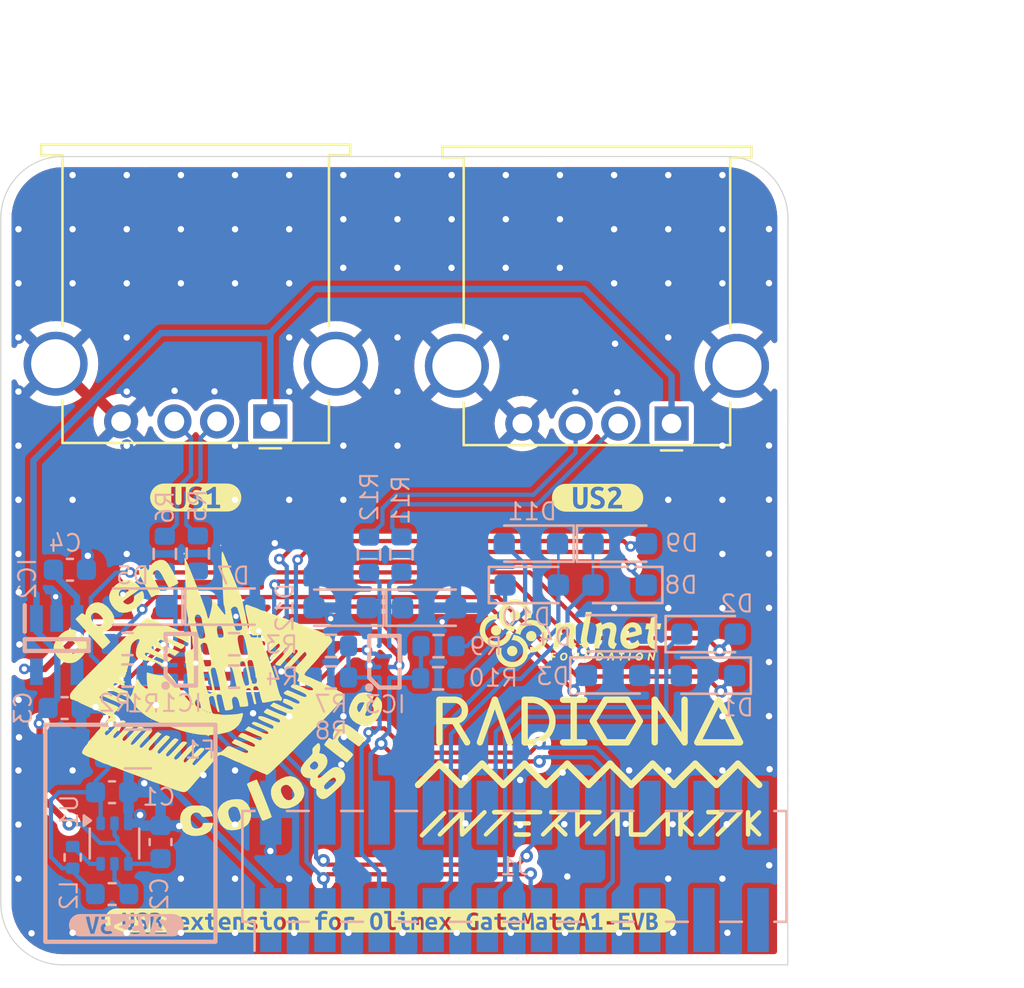
<source format=kicad_pcb>
(kicad_pcb (version 20240108) (generator "pcbnew") (generator_version "8.0")
  (layers (0 "F.Cu" signal) (1 "In1.Cu" signal "GND1.Cu") (2 "In2.Cu" signal "GND2.Cu") (31 "B.Cu" signal) (34 "B.Paste" user) (35 "F.Paste" user) (36 "B.SilkS" user "B.Silkscreen") (37 "F.SilkS" user "F.Silkscreen") (38 "B.Mask" user) (39 "F.Mask" user) (44 "Edge.Cuts" user))
  (net 0 "")
  (net 1 "+2V5")
  (net 2 "GND")
  (net 3 "+5V")
  (net 4 "USB1_FPGA_PULL_D+")
  (net 5 "Net-(D1-K)")
  (net 6 "Net-(D2-A)")
  (net 7 "USB1_FPGA_PULL_D-")
  (net 8 "Net-(D3-K)")
  (net 9 "Net-(D4-A)")
  (net 10 "USB1_FPGA_D+")
  (net 11 "USB1_FPGA_D-")
  (net 12 "Net-(D8-K)")
  (net 13 "USB2_FPGA_PULL_D+")
  (net 14 "Net-(D9-A)")
  (net 15 "USB2_FPGA_PULL_D-")
  (net 16 "Net-(D10-K)")
  (net 17 "Net-(D11-A)")
  (net 18 "USB2_FPGA_D+")
  (net 19 "USB2_FPGA_D-")
  (net 20 "GN02")
  (net 21 "Net-(J1-Pin_1)")
  (net 22 "GN01")
  (net 23 "GP00")
  (net 24 "GP02")
  (net 25 "GN00")
  (net 26 "GP01")
  (net 27 "Net-(U1-L)")
  (net 28 "/FPD1-")
  (net 29 "/FPD1+")
  (net 30 "/FPD2-")
  (net 31 "/FPD2+")
  (net 32 "/SB_A2")
  (net 33 "+3V3")
  (net 34 "/USB1_DEVICE_D+")
  (net 35 "/USB2_DEVICE_D-")
  (net 36 "/USB2_DEVICE_D+")
  (net 37 "/USB1_DEVICE_D-")
  (footprint "Connector_USB:USB_A_Stewart_SS-52100-001_Horizontal" (layer "F.Cu") (at 115.54 96.62 180)
    (property "Reference" "US2" (hide yes))
    (property "Value" "USB_A" (hide yes))
  )
  (footprint "Cologne:open_cologne" (layer "F.Cu") (at 94.143146 109.165736)
    (property "Reference" "OpenCologne" (hide yes))
    (property "Value" "OpenCologne" (hide yes))
  )
  (footprint "PCM_Intergalaktik:Intergalaktik logo" (layer "F.Cu") (at 111.78 115.26)
    (property "Reference" "Intergalaktik" (hide yes))
    (property "Value" "Intergalaktik" (hide yes))
  )
  (footprint "kibuzzard-67445D8F" (layer "F.Cu") (at 102.34 119.94)
    (property "Reference" "kibuzzard-67445D8F" (hide yes))
    (property "Value" "G***" (hide yes))
  )
  (footprint "radiona:radiona" (layer "F.Cu") (at 111.65 110.58)
    (property "Reference" "radiona" (hide yes))
    (property "Value" "radiona" (hide yes))
  )
  (footprint "kibuzzard-674459A0" (layer "F.Cu") (at 112.07 100.1)
    (property "Reference" "kibuzzard-674459A0" (hide yes))
    (property "Value" "G***" (hide yes))
  )
  (footprint "nlnet:nlnet" (layer "F.Cu") (at 110.7975 106.46)
    (property "Reference" "NLNet" (hide yes))
    (property "Value" "NLNet" (hide yes))
  )
  (footprint "Connector_USB:USB_A_Stewart_SS-52100-001_Horizontal" (layer "F.Cu") (at 96.72 96.52 180)
    (property "Reference" "US1" (hide yes))
    (property "Value" "USB_A" (hide yes))
  )
  (footprint "kibuzzard-6744599A" (layer "F.Cu") (at 93.22 100.09)
    (property "Reference" "kibuzzard-6744599A" (hide yes))
    (property "Value" "G***" (hide yes))
  )
  (footprint "Diode_SMD:D_SOD-323_HandSoldering" (layer "B.Cu") (at 117.27 106.5)
    (property "Reference" "D2")
    (property "Value" "1N914" (hide yes))
  )
  (footprint "Resistor_SMD:R_0603_1608Metric" (layer "B.Cu") (at 93.32 102.715 90)
    (property "Reference" "R5")
    (property "Value" "27" (hide yes))
  )
  (footprint "Diode_SMD:D_SOD-323_HandSoldering" (layer "B.Cu") (at 113.11 102.255)
    (property "Reference" "D9")
    (property "Value" "1N914" (hide yes))
  )
  (footprint "Diode_SMD:D_SOD-323_HandSoldering" (layer "B.Cu") (at 108.94 102.255 180)
    (property "Reference" "D11")
    (property "Value" "1N914" (hide yes))
  )
  (footprint "Resistor_SMD:R_0603_1608Metric" (layer "B.Cu") (at 102.87 102.765 90)
    (property "Reference" "R11")
    (property "Value" "27" (hide yes))
  )
  (footprint "Connector_PinSocket_2.54mm:PinSocket_2x10_P2.54mm_Vertical_SMD" (layer "B.Cu") (at 108.17 117.4 -90)
    (property "Reference" "J1")
    (property "Value" "MISC1" (hide yes))
  )
  (footprint "Fuse:Fuse_1206_3216Metric" (layer "B.Cu") (at 90.51 111.89)
    (property "Reference" "F1")
    (property "Value" "PPTC 0.75A" (hide yes))
  )
  (footprint "Inductor_SMD:L_0603_1608Metric" (layer "B.Cu") (at 89.3 118.7 180)
    (property "Reference" "L2")
    (property "Value" "4.7uH" (hide yes))
  )
  (footprint "Resistor_SMD:R_0603_1608Metric" (layer "B.Cu") (at 95.02 106.975)
    (property "Reference" "R3")
    (property "Value" "1.1k" (hide yes))
  )
  (footprint "Resistor_SMD:R_0603_1608Metric" (layer "B.Cu") (at 95.02 108.495 180)
    (property "Reference" "R4")
    (property "Value" "15k" (hide yes))
  )
  (footprint "TXS0202YZPR:BGA8C50P2X4_89X189X50" (layer "B.Cu") (at 92.52 107.705)
    (property "Reference" "IC1")
    (property "Value" "TXS0202YZPR" (hide yes))
  )
  (footprint "Resistor_SMD:R_0603_1608Metric" (layer "B.Cu") (at 101.35 102.775 90)
    (property "Reference" "R12")
    (property "Value" "27" (hide yes))
  )
  (footprint "Capacitor_SMD:C_0603_1608Metric" (layer "B.Cu") (at 91.57 116.26 90)
    (property "Reference" "C2")
    (property "Value" "10uF" (hide yes))
  )
  (footprint "Diode_SMD:D_SOD-323_HandSoldering" (layer "B.Cu") (at 112.7975 108.44)
    (property "Reference" "D3")
    (property "Value" "1N914" (hide yes))
  )
  (footprint "Resistor_SMD:R_0603_1608Metric" (layer "B.Cu") (at 104.61 107.065)
    (property "Reference" "R9")
    (property "Value" "1.1k" (hide yes))
  )
  (footprint "Diode_SMD:D_SOD-323_HandSoldering" (layer "B.Cu") (at 108.98 104.195)
    (property "Reference" "D10")
    (property "Value" "1N914" (hide yes))
  )
  (footprint "Diode_SMD:D_SOD-323_HandSoldering" (layer "B.Cu") (at 112.7975 106.46 180)
    (property "Reference" "D4")
    (property "Value" "1N914" (hide yes))
  )
  (footprint "Resistor_SMD:R_0603_1608Metric" (layer "B.Cu") (at 90.02 106.965)
    (property "Reference" "R1")
    (property "Value" "1.1k" (hide yes))
  )
  (footprint "kibuzzard-67445C48" (layer "B.Cu") (at 89.97 120.16 180)
    (property "Reference" "kibuzzard-67445C48" (hide yes))
    (property "Value" "G***" (hide yes))
  )
  (footprint "Capacitor_SMD:C_0603_1608Metric" (layer "B.Cu") (at 87.32 103.48)
    (property "Reference" "C4")
    (property "Value" "1u" (hide yes))
  )
  (footprint "Diode_SMD:D_SOD-323_HandSoldering" (layer "B.Cu") (at 113.1 104.195 180)
    (property "Reference" "D8")
    (property "Value" "1N914" (hide yes))
  )
  (footprint "Resistor_SMD:R_0603_1608Metric" (layer "B.Cu") (at 90.015 108.445)
    (property "Reference" "R2")
    (property "Value" "15k" (hide yes))
  )
  (footprint "Diode_SMD:D_SOD-323_HandSoldering" (layer "B.Cu") (at 117.2475 108.45 180)
    (property "Reference" "D1")
    (property "Value" "1N914" (hide yes))
  )
  (footprint "Resistor_SMD:R_0603_1608Metric" (layer "B.Cu") (at 91.77 102.735 90)
    (property "Reference" "R6")
    (property "Value" "27" (hide yes))
  )
  (footprint "Diode_SMD:D_SOD-323_HandSoldering" (layer "B.Cu") (at 94.74 105.21)
    (property "Reference" "D7")
    (property "Value" "3.6V" (hide yes))
  )
  (footprint "Package_TO_SOT_SMD:SOT-363_SC-70-6" (layer "B.Cu") (at 89.41 116.33 -90)
    (property "Reference" "U1")
    (property "Value" "TLV61222" (hide yes))
  )
  (footprint "Capacitor_SMD:C_0603_1608Metric" (layer "B.Cu") (at 89.295 113.92)
    (property "Reference" "C1")
    (property "Value" "10uF" (hide yes))
  )
  (footprint "Diode_SMD:D_SOD-323_HandSoldering" (layer "B.Cu") (at 104.17 105.26)
    (property "Reference" "D14" (hide yes))
    (property "Value" "3.6V" (hide yes))
  )
  (footprint "Resistor_SMD:R_0603_1608Metric" (layer "B.Cu") (at 104.59 108.575 180)
    (property "Reference" "R10")
    (property "Value" "15k" (hide yes))
  )
  (footprint "Capacitor_SMD:C_0603_1608Metric" (layer "B.Cu") (at 87.07 109.97)
    (property "Reference" "C3")
    (property "Value" "1u" (hide yes))
  )
  (footprint "Resistor_SMD:R_0603_1608Metric" (layer "B.Cu") (at 99.56 108.535)
    (property "Reference" "R8")
    (property "Value" "15k" (hide yes))
  )
  (footprint "Resistor_SMD:R_0603_1608Metric" (layer "B.Cu") (at 99.565 107.055)
    (property "Reference" "R7")
    (property "Value" "1.1k" (hide yes))
  )
  (footprint "NCV8730ASN330T1G:SOT95P275X110-5N" (layer "B.Cu") (at 86.7 107.015 -90)
    (property "Reference" "IC2")
    (property "Value" "NCV8730ASN330T1G" (hide yes))
  )
  (footprint "Diode_SMD:D_SOD-323_HandSoldering" (layer "B.Cu") (at 100.02 105.26 180)
    (property "Reference" "D12")
    (property "Value" "3.6V" (hide yes))
  )
  (footprint "Diode_SMD:D_SOD-323_HandSoldering" (layer "B.Cu") (at 90.59 105.21 180)
    (property "Reference" "D5")
    (property "Value" "3.6V" (hide yes))
  )
  (footprint "Resistor_SMD:R_0402_1005Metric" (layer "B.Cu") (at 87.45 116.98 90)
    (property "Reference" "R14" (hide yes))
    (property "Value" "10K" (hide yes))
  )
  (footprint "TXS0202YZPR:BGA8C50P2X4_89X189X50" (layer "B.Cu") (at 102.07 107.795)
    (property "Reference" "IC3")
    (property "Value" "TXS0202YZPR" (hide yes))
  )
  (gr_rect (start 86.1675 110.753392) (end 94.145147 120.94) (stroke (width 0.2)) (fill none) (layer "B.SilkS"))
  (gr_arc (start 118.047346 84.085084) (mid 120.13 84.91) (end 120.997968 86.975083) (stroke (width 0.05)) (layer "Edge.Cuts"))
  (gr_line (start 120.99 122.02) (end 87.030622 122.019999) (stroke (width 0.05)) (layer "Edge.Cuts"))
  (gr_line (start 120.997968 86.975083) (end 120.99 122.02) (stroke (width 0.05)) (layer "Edge.Cuts"))
  (gr_line (start 86.97 84.09) (end 118.047346 84.085084) (stroke (width 0.05)) (layer "Edge.Cuts"))
  (gr_arc (start 87.030622 122.019999) (mid 84.947968 121.195083) (end 84.08 119.13) (stroke (width 0.05)) (layer "Edge.Cuts"))
  (gr_arc (start 84.080001 87.040622) (mid 84.904917 84.957968) (end 86.97 84.09) (stroke (width 0.05)) (layer "Edge.Cuts"))
  (gr_line (start 84.08 119.13) (end 84.080001 87.040622) (stroke (width 0.05)) (layer "Edge.Cuts"))
  (segment (start 100.45 107.245) (end 101.25 107.245) (width 0.2) (layer "F.Cu") (net 1))
  (segment (start 89.64 109.035) (end 98.66 109.035) (width 0.2) (layer "F.Cu") (net 1))
  (segment (start 89.23 109.445) (end 89.23 110.735) (width 0.2) (layer "F.Cu") (net 1))
  (segment (start 98.66 109.035) (end 100.45 107.245) (width 0.2) (layer "F.Cu") (net 1))
  (segment (start 89.23 109.445) (end 89.64 109.035) (width 0.2) (layer "F.Cu") (net 1))
  (segment (start 91.7 106.975) (end 89.23 109.445) (width 0.2) (layer "F.Cu") (net 1))
  (via (at 89.23 110.735) (size 0.5) (drill 0.25) (layers "F.Cu" "B.Cu") (net 1))
  (via (at 101.25 107.245) (size 0.5) (drill 0.25) (layers "F.Cu" "B.Cu") (net 1))
  (via (at 91.7 106.975) (size 0.5) (drill 0.25) (layers "F.Cu" "B.Cu") (net 1))
  (segment (start 101.82 107.545) (end 101.733 107.458) (width 0.2) (layer "B.Cu") (net 1))
  (segment (start 89.11 112.8175) (end 89.11 111.89) (width 0.2) (layer "B.Cu") (net 1))
  (segment (start 101.25 107.245) (end 101.31 107.245) (width 0.2) (layer "B.Cu") (net 1))
  (segment (start 101.31 107.245) (end 101.48 107.415) (width 0.2) (layer "B.Cu") (net 1))
  (segment (start 86.9575 117.49) (end 86.4275 116.96) (width 0.2) (layer "B.Cu") (net 1))
  (segment (start 86.7975 113.92) (end 88.52 113.92) (width 0.2) (layer "B.Cu") (net 1))
  (segment (start 92.27 107.455) (end 92.18 107.455) (width 0.2) (layer "B.Cu") (net 1))
  (segment (start 86.4275 114.29) (end 86.7975 113.92) (width 0.2) (layer "B.Cu") (net 1))
  (segment (start 92.27 107.455) (end 92.77 107.455) (width 0.2) (layer "B.Cu") (net 1))
  (segment (start 86.4275 116.96) (end 86.4275 114.29) (width 0.2) (layer "B.Cu") (net 1))
  (segment (start 101.637 107.415) (end 101.48 107.415) (width 0.2) (layer "B.Cu") (net 1))
  (segment (start 87.45 117.6375) (end 88.5125 118.7) (width 0.2) (layer "B.Cu") (net 1))
  (segment (start 92.18 107.455) (end 91.7 106.975) (width 0.2) (layer "B.Cu") (net 1))
  (segment (start 101.68 107.458) (end 101.637 107.415) (width 0.2) (layer "B.Cu") (net 1))
  (segment (start 88.76 114.16) (end 88.52 113.92) (width 0.2) (layer "B.Cu") (net 1))
  (segment (start 88.76 115.38) (end 88.76 114.16) (width 0.2) (layer "B.Cu") (net 1))
  (segment (start 89.23 110.735) (end 89.23 111.77) (width 0.2) (layer "B.Cu") (net 1))
  (segment (start 101.733 107.458) (end 101.68 107.458) (width 0.2) (layer "B.Cu") (net 1))
  (segment (start 88.52 113.4075) (end 89.11 112.8175) (width 0.2) (layer "B.Cu") (net 1))
  (segment (start 87.45 117.49) (end 87.45 117.6375) (width 0.2) (layer "B.Cu") (net 1))
  (segment (start 89.23 111.77) (end 89.11 111.89) (width 0.2) (layer "B.Cu") (net 1))
  (segment (start 88.52 113.92) (end 88.52 113.4075) (width 0.2) (layer "B.Cu") (net 1))
  (segment (start 101.82 107.545) (end 102.32 107.545) (width 0.2) (layer "B.Cu") (net 1))
  (segment (start 87.45 117.49) (end 86.9575 117.49) (width 0.2) (layer "B.Cu") (net 1))
  (via (at 92.524917 87.497968) (size 0.6) (drill 0.3) (layers "F.Cu" "B.Cu") (net 2))
  (via (at 105.85 113.245) (size 0.6) (drill 0.3) (layers "F.Cu" "B.Cu") (net 2))
  (via (at 110.51 115.42) (size 0.6) (drill 0.3) (layers "F.Cu" "B.Cu") (net 2))
  (via (at 107.764917 87.03) (size 0.6) (drill 0.3) (layers "F.Cu" "B.Cu") (net 2))
  (via (at 115.384917 117.977968) (size 0.6) (drill 0.3) (layers "F.Cu" "B.Cu") (net 2))
  (via (at 84.904917 95.117968) (size 0.6) (drill 0.3) (layers "F.Cu" "B.Cu") (net 2))
  (via (at 92.524917 84.957968) (size 0.6) (drill 0.3) (layers "F.Cu" "B.Cu") (net 2))
  (via (at 89.984917 84.957968) (size 0.6) (drill 0.3) (layers "F.Cu" "B.Cu") (net 2))
  (via (at 120.11 107.81) (size 0.6) (drill 0.3) (layers "F.Cu" "B.Cu") (net 2))
  (via (at 105.87 115.385) (size 0.6) (drill 0.3) (layers "F.Cu" "B.Cu") (net 2))
  (via (at 115.384917 84.957968) (size 0.6) (drill 0.3) (layers "F.Cu" "B.Cu") (net 2))
  (via (at 115.384917 87.497968) (size 0.6) (drill 0.3) (layers "F.Cu" "B.Cu") (net 2))
  (via (at 84.95 106.985) (size 0.6) (drill 0.3) (layers "F.Cu" "B.Cu") (net 2))
  (via (at 89.984917 97.657968) (size 0.6) (drill 0.3) (layers "F.Cu" "B.Cu") (net 2))
  (via (at 84.904917 100.197968) (size 0.6) (drill 0.3) (layers "F.Cu" "B.Cu") (net 2))
  (via (at 100.144917 97.657968) (size 0.6) (drill 0.3) (layers "F.Cu" "B.Cu") (net 2))
  (via (at 89.984917 90.037968) (size 0.6) (drill 0.3) (layers "F.Cu" "B.Cu") (net 2))
  (via (at 101.39 107.965) (size 0.5) (drill 0.25) (layers "F.Cu" "B.Cu") (net 2))
  (via (at 115.384917 112.897968) (size 0.6) (drill 0.3) (layers "F.Cu" "B.Cu") (net 2))
  (via (at 89.984917 120.517968) (size 0.6) (drill 0.3) (layers "F.Cu" "B.Cu") (net 2))
  (via (at 111.03 95.13) (size 0.6) (drill 0.3) (layers "F.Cu" "B.Cu") (net 2))
  (via (at 90.8075 113.5) (size 0.6) (drill 0.3) (layers "F.Cu" "B.Cu") (net 2))
  (via (at 94.1 95.11) (size 0.6) (drill 0.3) (layers "F.Cu" "B.Cu") (net 2))
  (via (at 95.064917 115.437968) (size 0.6) (drill 0.3) (layers "F.Cu" "B.Cu") (net 2))
  (via (at 105.46 120.517968) (size 0.6) (drill 0.3) (layers "F.Cu" "B.Cu") (net 2))
  (via (at 115.384917 105.277968) (size 0.6) (drill 0.3) (layers "F.Cu" "B.Cu") (net 2))
  (via (at 89.984917 95.117968) (size 0.6) (drill 0.3) (layers "F.Cu" "B.Cu") (net 2))
  (via (at 87.444917 84.957968) (size 0.6) (drill 0.3) (layers "F.Cu" "B.Cu") (net 2))
  (via (at 87.444917 87.497968) (size 0.6) (drill 0.3) (layers "F.Cu" "B.Cu") (net 2))
  (via (at 84.904917 112.897968) (size 0.6) (drill 0.3) (layers "F.Cu" "B.Cu") (net 2))
  (via (at 117.924917 110.357968) (size 0.6) (drill 0.3) (layers "F.Cu" "B.Cu") (net 2))
  (via (at 120.14 112.84) (size 0.6) (drill 0.3) (layers "F.Cu" "B.Cu") (net 2))
  (via (at 95.11 105.665) (size 0.5) (drill 0.25) (layers "F.Cu" "B.Cu") (net 2))
  (via (at 113.08 120.517968) (size 0.6) (drill 0.3) (layers "F.Cu" "B.Cu") (net 2))
  (via (at 117.924917 102.737968) (size 0.6) (drill 0.3) (layers "F.Cu" "B.Cu") (net 2))
  (via (at 90.61 114.99) (size 0.6) (drill 0.3) (layers "F.Cu" "B.Cu") (net 2))
  (via (at 97.604917 100.197968) (size 0.6) (drill 0.3) (layers "F.Cu" "B.Cu") (net 2))
  (via (at 95.064917 117.977968) (size 0.6) (drill 0.3) (layers "F.Cu" "B.Cu") (net 2))
  (via (at 110.304917 84.957968) (size 0.6) (drill 0.3) (layers "F.Cu" "B.Cu") (net 2))
  (via (at 87.444917 112.897968) (size 0.6) (drill 0.3) (layers "F.Cu" "B.Cu") (net 2))
  (via (at 112.844917 105.277968) (size 0.6) (drill 0.3) (layers "F.Cu" "B.Cu") (net 2))
  (via (at 92.524917 90.037968) (size 0.6) (drill 0.3) (layers "F.Cu" "B.Cu") (net 2))
  (via (at 97.604917 92.577968) (size 0.6) (drill 0.3) (layers "F.Cu" "B.Cu") (net 2))
  (via (at 100.05 112.625) (size 0.6) (drill 0.3) (layers "F.Cu" "B.Cu") (net 2))
  (via (at 117.924917 117.977968) (size 0.6) (drill 0.3) (layers "F.Cu" "B.Cu") (net 2))
  (via (at 99.55 105.775) (size 0.5) (drill 0.25) (layers "F.Cu" "B.Cu") (net 2))
  (via (at 104.78 105.925) (size 0.5) (drill 0.25) (layers "F.Cu" "B.Cu") (net 2))
  (via (at 95.91 110.215) (size 0.6) (drill 0.3) (layers "F.Cu" "B.Cu") (net 2))
  (via (at 117.924917 100.197968) (size 0.6) (drill 0.3) (layers "F.Cu" "B.Cu") (net 2))
  (via (at 112.844917 90.037968) (size 0.6) (drill 0.3) (layers "F.Cu" "B.Cu") (net 2))
  (via (at 100.144917 84.957968) (size 0.6) (drill 0.3) (layers "F.Cu" "B.Cu") (net 2))
  (via (at 91.78 107.905) (size 0.5) (drill 0.25) (layers "F.Cu" "B.Cu") (net 2))
  (via (at 84.91 109.585) (size 0.6) (drill 0.3) (layers "F.Cu" "B.Cu") (net 2))
  (via (at 102.684917 92.577968) (size 0.6) (drill 0.3) (layers "F.Cu" "B.Cu") (net 2))
  (via (at 92.524917 117.977968) (size 0.6) (drill 0.3) (layers "F.Cu" "B.Cu") (net 2))
  (via (at 117.924917 90.037968) (size 0.6) (drill 0.3) (layers "F.Cu" "B.Cu") (net 2))
  (via (at 117.924917 112.897968) (size 0.6) (drill 0.3) (layers "F.Cu" "B.Cu") (net 2))
  (via (at 100.38 120.517968) (size 0.6) (drill 0.3) (layers "F.Cu" "B.Cu") (net 2))
  (via (at 100.14 89.31) (size 0.6) (drill 0.3) (layers "F.Cu" "B.Cu") (net 2))
  (via (at 110.65 117.875) (size 0.6) (drill 0.3) (layers "F.Cu" "B.Cu") (net 2))
  (via (at 102.68 89.31) (size 0.6) (drill 0.3) (layers "F.Cu" "B.Cu") (net 2))
  (via (at 102.684917 95.117968) (size 0.6) (drill 0.3) (layers "F.Cu" "B.Cu") (net 2))
  (via (at 88.52 109.925) (size 0.6) (drill 0.3) (layers "F.Cu" "B.Cu") (net 2))
  (via (at 91.36 109.835) (size 0.6) (drill 0.3) (layers "F.Cu" "B.Cu") (net 2))
  (via (at 87.444917 100.197968) (size 0.6) (drill 0.3) (layers "F.Cu" "B.Cu") (net 2))
  (via (at 118.16 120.517968) (size 0.6) (drill 0.3) (layers "F.Cu" "B.Cu") (net 2))
  (via (at 112.89 92.87) (size 0.6) (drill 0.3) (layers "F.Cu" "B.Cu") (net 2))
  (via (at 115.384917 90.037968) (size 0.6) (drill 0.3) (layers "F.Cu" "B.Cu") (net 2))
  (via (at 97.604917 117.977968) (size 0.6) (drill 0.3) (layers "F.Cu" "B.Cu") (net 2))
  (via (at 84.904917 102.737968) (size 0.6) (drill 0.3) (layers "F.Cu" "B.Cu") (net 2))
  (via (at 120.11 87.49) (size 0.6) (drill 0.3) (layers "F.Cu" "B.Cu") (net 2))
  (via (at 120.12 117.35) (size 0.6) (drill 0.3) (layers "F.Cu" "B.Cu") (net 2))
  (via (at 100.17 111.325) (size 0.6) (drill 0.3) (layers "F.Cu" "B.Cu") (net 2))
  (via (at 120.11 105.27) (size 0.6) (drill 0.3) (layers "F.Cu" "B.Cu") (net 2))
  (via (at 108.44 115.465) (size 0.6) (drill 0.3) (layers "F.Cu" "B.Cu") (net 2))
  (via (at 88.16 102.825) (size 0.6) (drill 0.3) (layers "F.Cu" "B.Cu") (net 2))
  (via (at 84.93 111.345) (size 0.6) (drill 0.3) (layers "F.Cu" "B.Cu") (net 2))
  (via (at 110.54 120.517968) (size 0.6) (drill 0.3) (layers "F.Cu" "B.Cu") (net 2))
  (via (at 84.904917 92.577968) (size 0.6) (drill 0.3) (layers "F.Cu" "B.Cu") (net 2))
  (via (at 117.924917 87.497968) (size 0.6) (drill 0.3) (layers "F.Cu" "B.Cu") (net 2))
  (via (at 97.84 120.517968) (size 0.6) (drill 0.3) (layers "F.Cu" "B.Cu") (net 2))
  (via (at 115.384917 92.577968) (size 0.6) (drill 0.3) (layers "F.Cu" "B.Cu") (net 2))
  (via (at 97.604917 84.957968) (size 0.6) (drill 0.3) (layers "F.Cu" "B.Cu") (net 2))
  (via (at 100.144917 100.197968) (size 0.6) (drill 0.3) (layers "F.Cu" "B.Cu") (net 2))
  (via (at 110.304917 87.03) (size 0.6) (drill 0.3) (layers "F.Cu" "B.Cu") (net 2))
  (via (at 95.064917 112.897968) (size 0.6) (drill 0.3) (layers "F.Cu" "B.Cu") (net 2))
  (via (at 108 120.517968) (size 0.6) (drill 0.3) (layers "F.Cu" "B.Cu") (net 2))
  (via (at 84.904917 87.497968) (size 0.6) (drill 0.3) (layers "F.Cu" "B.Cu") (net 2))
  (via (at 95.064917 84.957968) (size 0.6) (drill 0.3) (layers "F.Cu" "B.Cu") (net 2))
  (via (at 86.65 104.745) (size 0.5) (drill 0.25) (layers "F.Cu" "B.Cu") (net 2))
  (via (at 92.4475 115.51) (size 0.6) (drill 0.3) (layers "F.Cu" "B.Cu") (net 2))
  (via (at 102.92 120.517968) (size 0.6) (drill 0.3) (layers "F.Cu" "B.Cu") (net 2))
  (via (at 120.11 110.35) (size 0.6) (drill 0.3) (layers "F.Cu" "B.Cu") (net 2))
  (via (at 95.064917 97.657968) (size 0.6) (drill 0.3) (layers "F.Cu" "B.Cu") (net 2))
  (via (at 120.11 97.65) (size 0.6) (drill 0.3) (layers "F.Cu" "B.Cu") (net 2))
  (via (at 92.524917 120.517968) (size 0.6) (drill 0.3) (layers "F.Cu" "B.Cu") (net 2))
  (via (at 84.92 104.535) (size 0.6) (drill 0.3) (layers "F.Cu" "B.Cu") (net 2))
  (via (at 107.764917 84.957968) (size 0.6) (drill 0.3) (layers "F.Cu" "B.Cu") (net 2))
  (via (at 93.58 113.115) (size 0.6) (drill 0.3) (layers "F.Cu" "B.Cu") (net 2))
  (via (at 95.064917 87.497968) (size 0.6) (drill 0.3) (layers "F.Cu" "B.Cu") (net 2))
  (via (at 102.684917 87.03) (size 0.6) (drill 0.3) (layers "F.Cu" "B.Cu") (net 2))
  (via (at 100.144917 110.357968) (size 0.6) (drill 0.3) (layers "F.Cu" "B.Cu") (net 2))
  (via (at 117.924917 97.657968) (size 0.6) (drill 0.3) (layers "F.Cu" "B.Cu") (net 2))
  (via (at 105.224917 84.957968) (size 0.6) (drill 0.3) (layers "F.Cu" "B.Cu") (net 2))
  (via (at 97.604917 95.117968) (size 0.6) (drill 0.3) (layers "F.Cu" "B.Cu") (net 2))
  (via (at 105.22 89.31) (size 0.6) (drill 0.3) (layers "F.Cu" "B.Cu") (net 2))
  (via (at 102.684917 97.657968) (size 0.6) (drill 0.3) (layers "F.Cu" "B.Cu") (net 2))
  (via (at 112.844917 87.497968) (size 0.6) (drill 0.3) (layers "F.Cu" "B.Cu") (net 2))
  (via (at 89.984917 102.737968) (size 0.6) (drill 0.3) (layers "F.Cu" "B.Cu") (net 2))
  (via (at 84.904917 97.657968) (size 0.6) (drill 0.3) (layers "F.Cu" "B.Cu") (net 2))
  (via (at 110.3 89.31) (size 0.6) (drill 0.3) (layers "F.Cu" "B.Cu") (net 2))
  (via (at 96.93 102.235) (size 0.6) (drill 0.3) (layers "F.Cu" "B.Cu") (net 2))
  (via (at 89.984917 92.577968) (size 0.6) (drill 0.3) (layers "F.Cu" "B.Cu") (net 2))
  (via (at 107.76 89.31) (size 0.6) (drill 0.3) (layers "F.Cu" "B.Cu") (net 2))
  (via (at 84.904917 90.037968) (size 0.6) (drill 0.3) (layers "F.Cu" "B.Cu") (net 2))
  (via (at 87.444917 120.517968) (size 0.6) (drill 0.3) (layers "F.Cu" "B.Cu") (net 2))
  (via (at 89.984917 87.497968) (size 0.6) (drill 0.3) (layers "F.Cu" "B.Cu") (net 2))
  (via (at 110.43 113) (size 0.6) (drill 0.3) (layers "F.Cu" "B.Cu") (net 2))
  (via (at 112.844917 84.957968) (size 0.6) (drill 0.3) (layers "F.Cu" "B.Cu") (net 2))
  (via (at 87.444917 90.037968) (size 0.6) (drill 0.3) (layers "F.Cu" "B.Cu") (net 2))
  (via (at 100.144917 87.03) (size 0.6) (drill 0.3) (layers "F.Cu" "B.Cu") (net 2))
  (via (at 113.39 115.405) (size 0.6) (drill 0.3) (layers "F.Cu" "B.Cu") (net 2))
  (via (at 117.924917 105.277968) (size 0.6) (drill 0.3) (layers "F.Cu" "B.Cu") (net 2))
  (via (at 97.604917 87.497968) (size 0.6) (drill 0.3) (layers "F.Cu" "B.Cu") (net 2))
  (via (at 115.384917 100.197968) (size 0.6) (drill 0.3) (layers "F.Cu" "B.Cu") (net 2))
  (via (at 105.224917 87.03) (size 0.6) (drill 0.3) (layers "F.Cu" "B.Cu") (net 2))
  (via (at 97.604917 90.037968) (size 0.6) (drill 0.3) (layers "F.Cu" "B.Cu") (net 2))
  (via (at 117.924917 84.957968) (size 0.6) (drill 0.3) (layers "F.Cu" "B.Cu") (net 2))
  (via (at 96.72 116.68) (size 0.6) (drill 0.3) (layers "F.Cu" "B.Cu") (net 2))
  (via (at 107.764917 92.577968) (size 0.6) (drill 0.3) (layers "F.Cu" "B.Cu") (net 2))
  (via (at 115.59 115.42) (size 0.6) (drill 0.3) (layers "F.Cu" "B.Cu") (net 2))
  (via (at 102.684917 84.957968) (size 0.6) (drill 0.3) (layers "F.Cu" "B.Cu") (net 2))
  (via (at 95.064917 100.197968) (size 0.6) (drill 0.3) (layers "F.Cu" "B.Cu") (net 2))
  (via (at 95.064917 120.517968) (size 0.6) (drill 0.3) (layers "F.Cu" "B.Cu") (net 2))
  (via (at 120.11 100.19) (size 0.6) (drill 0.3) (layers "F.Cu" "B.Cu") (net 2))
  (via (at 120.11 90.03) (size 0.6) (drill 0.3) (layers "F.Cu" "B.Cu") (net 2))
  (via (at 113.55 112.895) (size 0.6) (drill 0.3) (layers "F.Cu" "B.Cu") (net 2))
  (via (at 108.44 113.345) (size 0.6) (drill 0.3) (layers "F.Cu" "B.Cu") (net 2))
  (via (at 120.11 102.73) (size 0.6) (drill 0.3) (layers "F.Cu" "B.Cu") (net 2))
  (via (at 118.13 115.42) (size 0.6) (drill 0.3) (layers "F.Cu" "B.Cu") (net 2))
  (via (at 89.8 104.635) (size 0.5) (drill 0.25) (layers "F.Cu" "B.Cu") (net 2))
  (via (at 84.904917 117.977968) (size 0.6) (drill 0.3) (layers "F.Cu" "B.Cu") (net 2))
  (via (at 85.52 120.54) (size 0.6) (drill 0.3) (layers "F.Cu" "B.Cu") (net 2))
  (via (at 112.99 95.15) (size 0.6) (drill 0.3) (layers "F.Cu" "B.Cu") (net 2))
  (via (at 84.904917 115.437968) (size 0.6) (drill 0.3) (layers "F.Cu" "B.Cu") (net 2))
  (via (at 97.604917 110.357968) (size 0.6) (drill 0.3) (layers "F.Cu" "B.Cu") (net 2))
  (via (at 115.62 120.517968) (size 0.6) (drill 0.3) (layers "F.Cu" "B.Cu") (net 2))
  (via (at 95.064917 90.037968) (size 0.6) (drill 0.3) (layers "F.Cu" "B.Cu") (net 2))
  (via (at 92.23 95.08) (size 0.6) (drill 0.3) (layers "F.Cu" "B.Cu") (net 2))
  (via (at 97.24 108.255) (size 0.6) (drill 0.3) (layers "F.Cu" "B.Cu") (net 2))
  (segment (start 105.42 105.285) (end 105.42 105.26) (width 0.3) (layer "B.Cu") (net 2))
  (segment (start 89.34 105.21) (end 89.34 105.095) (width 0.3) (layer "B.Cu") (net 2))
  (segment (start 88.16 103.415) (end 88.095 103.48) (width 0.2) (layer "B.Cu") (net 2))
  (segment (start 88.52 109.925) (end 87.89 109.925) (width 0.3) (layer "B.Cu") (net 2))
  (segment (start 101.47 108.045) (end 101.39 107.965) (width 0.2) (layer "B.Cu") (net 2))
  (segment (start 98.77 105.26) (end 99.035 105.26) (width 0.3) (layer "B.Cu") (net 2))
  (segment (start 90.06 115.38) (end 90.2275 115.38) (width 0.2) (layer "B.Cu") (net 2))
  (segment (start 95.565 105.21) (end 95.11 105.665) (width 0.3) (layer "B.Cu") (net 2))
  (segment (start 101.82 108.045) (end 101.47 108.045) (width 0.2) (layer "B.Cu") (net 2))
  (segment (start 104.78 105.925) (end 105.42 105.285) (width 0.3) (layer "B.Cu") (net 2))
  (segment (start 92.27 107.955) (end 91.83 107.955) (width 0.2) (layer "B.Cu") (net 2))
  (segment (start 88.16 102.825) (end 88.16 103.415) (width 0.2) (layer "B.Cu") (net 2))
  (segment (start 99.035 105.26) (end 99.55 105.775) (width 0.3) (layer "B.Cu") (net 2))
  (segment (start 87.89 109.925) (end 87.845 109.97) (width 0.3) (layer "B.Cu") (net 2))
  (segment (start 92.4225 115.485) (end 92.4475 115.51) (width 0.2) (layer "B.Cu") (net 2))
  (segment (start 91.57 115.485) (end 92.4225 115.485) (width 0.2) (layer "B.Cu") (net 2))
  (segment (start 90.3875 113.92) (end 90.8075 113.5) (width 0.2) (layer "B.Cu") (net 2))
  (segment (start 89.34 105.095) (end 89.8 104.635) (width 0.3) (layer "B.Cu") (net 2))
  (segment (start 96.74 116.66) (end 96.72 116.68) (width 0.2) (layer "B.Cu") (net 2))
  (segment (start 90.2275 115.38) (end 90.5875 115.02) (width 0.2) (layer "B.Cu") (net 2))
  (segment (start 86.7 105.765) (end 86.7 104.795) (width 0.3) (layer "B.Cu") (net 2))
  (segment (start 96.74 114.88) (end 96.74 116.66) (width 0.2) (layer "B.Cu") (net 2))
  (segment (start 91.83 107.955) (end 91.78 107.905) (width 0.2) (layer "B.Cu") (net 2))
  (segment (start 86.7 104.795) (end 86.65 104.745) (width 0.3) (layer "B.Cu") (net 2))
  (segment (start 90.5875 115.0125) (end 90.61 114.99) (width 0.2) (layer "B.Cu") (net 2))
  (segment (start 90.07 113.92) (end 90.3875 113.92) (width 0.2) (layer "B.Cu") (net 2))
  (segment (start 90.5875 115.02) (end 90.5875 115.0125) (width 0.2) (layer "B.Cu") (net 2))
  (segment (start 95.99 105.21) (end 95.565 105.21) (width 0.3) (layer "B.Cu") (net 2))
  (segment (start 85.9 111.235) (end 85.9 110.725) (width 0.3) (layer "F.Cu") (net 3))
  (segment (start 85.58 111.555) (end 85.58 113.73) (width 0.3) (layer "F.Cu") (net 3))
  (segment (start 86.33 114.48) (end 86.3375 114.48) (width 0.3) (layer "F.Cu") (net 3))
  (segment (start 85.9 110.725) (end 85.87 110.695) (width 0.3) (layer "F.Cu") (net 3))
  (segment (start 85.58 113.73) (end 86.33 114.48) (width 0.3) (layer "F.Cu") (net 3))
  (segment (start 87.2675 115.42) (end 87.2775 115.42) (width 0.3) (layer "F.Cu") (net 3))
  (segment (start 86.3375 114.48) (end 87.2775 115.42) (width 0.3) (layer "F.Cu") (net 3))
  (segment (start 85.9 111.235) (end 85.58 111.555) (width 0.3) (layer "F.Cu") (net 3))
  (via (at 85.87 110.695) (size 0.5) (drill 0.25) (layers "F.Cu" "B.Cu") (net 3))
  (via (at 87.2775 115.42) (size 0.6) (drill 0.3) (layers "F.Cu" "B.Cu") (net 3))
  (segment (start 89.5475 116.3) (end 88.7375 116.3) (width 0.2) (layer "B.Cu") (net 3))
  (segment (start 85.75 106.365) (end 85.75 105.765) (width 0.3) (layer "B.Cu") (net 3))
  (segment (start 115.54 94.39) (end 115.54 96.62) (width 0.3) (layer "B.Cu") (net 3))
  (segment (start 85.87 110.695) (end 85.87 110.395) (width 0.3) (layer "B.Cu") (net 3))
  (segment (start 90.06 117.28) (end 90.06 116.8125) (width 0.2) (layer "B.Cu") (net 3))
  (segment (start 96.71 92.37) (end 96.72 92.38) (width 0.3) (layer "B.Cu") (net 3))
  (segment (start 96.72 92.38) (end 98.79 90.31) (width 0.3) (layer "B.Cu") (net 3))
  (segment (start 85.75 104.645) (end 85.61 104.505) (width 0.3) (layer "B.Cu") (net 3))
  (segment (start 85.61 104.505) (end 85.61 98.35) (width 0.3) (layer "B.Cu") (net 3))
  (segment (start 90.06 117.28) (end 91.325 117.28) (width 0.2) (layer "B.Cu") (net 3))
  (segment (start 111.46 90.31) (end 115.54 94.39) (width 0.3) (layer "B.Cu") (net 3))
  (segment (start 91.59 92.37) (end 96.71 92.37) (width 0.3) (layer "B.Cu") (net 3))
  (segment (start 85.87 110.395) (end 86.295 109.97) (width 0.3) (layer "B.Cu") (net 3))
  (segment (start 96.72 96.52) (end 96.72 92.38) (width 0.3) (layer "B.Cu") (net 3))
  (segment (start 89.5475 116.3) (end 89.5475 116.07) (width 0.2) (layer "B.Cu") (net 3))
  (segment (start 89.41 115.9325) (end 89.41 115.38) (width 0.2) (layer "B.Cu") (net 3))
  (segment (start 86.295 109.97) (end 86.73 109.535) (width 0.3) (layer "B.Cu") (net 3))
  (segment (start 85.61 98.35) (end 91.59 92.37) (width 0.3) (layer "B.Cu") (net 3))
  (segment (start 90.06 116.8125) (end 89.5475 116.3) (width 0.2) (layer "B.Cu") (net 3))
  (segment (start 86.73 109.535) (end 86.73 107.345) (width 0.3) (layer "B.Cu") (net 3))
  (segment (start 88.7375 116.3) (end 87.8575 115.42) (width 0.2) (layer "B.Cu") (net 3))
  (segment (start 89.5475 116.07) (end 89.41 115.9325) (width 0.2) (layer "B.Cu") (net 3))
  (segment (start 98.79 90.31) (end 111.46 90.31) (width 0.3) (layer "B.Cu") (net 3))
  (segment (start 91.325 117.28) (end 91.57 117.035) (width 0.2) (layer "B.Cu") (net 3))
  (segment (start 85.75 105.765) (end 85.75 104.645) (width 0.3) (layer "B.Cu") (net 3))
  (segment (start 86.73 107.345) (end 85.75 106.365) (width 0.3) (layer "B.Cu") (net 3))
  (segment (start 87.8575 115.42) (end 87.2775 115.42) (width 0.2) (layer "B.Cu") (net 3))
  (segment (start 107.73 111.2982) (end 107.73 118.085) (width 0.2) (layer "B.Cu") (net 4))
  (segment (start 116.04 108.45) (end 115.3125 108.45) (width 0.125) (layer "B.Cu") (net 4))
  (segment (start 107.73 118.085) (end 106.9 118.915) (width 0.2) (layer "B.Cu") (net 4))
  (segment (start 115.2925 110.0832) (end 115.0007 110.375) (width 0.2) (layer "B.Cu") (net 4))
  (segment (start 115.2925 108.47) (end 115.2925 110.0832) (width 0.2) (layer "B.Cu") (net 4))
  (segment (start 115.2925 107.2275) (end 115.2925 108.47) (width 0.2) (layer "B.Cu") (net 4))
  (segment (start 106.9 118.915) (end 106.9 119.92) (width 0.2) (layer "B.Cu") (net 4))
  (segment (start 115.3125 108.45) (end 115.2925 108.47) (width 0.125) (layer "B.Cu") (net 4))
  (segment (start 116.02 106.5) (end 115.2925 107.2275) (width 0.2) (layer "B.Cu") (net 4))
  (segment (start 108.6532 110.375) (end 107.73 111.2982) (width 0.2) (layer "B.Cu") (net 4))
  (segment (start 115.0007 110.375) (end 108.6532 110.375) (width 0.2) (layer "B.Cu") (net 4))
  (segment (start 111.13 108.49) (end 117.15 108.49) (width 0.2) (layer "F.Cu") (net 5))
  (segment (start 107.405 104.765) (end 111.13 108.49) (width 0.2) (layer "F.Cu") (net 5))
  (segment (start 117.15 108.49) (end 117.85 109.19) (width 0.2) (layer "F.Cu") (net 5))
  (segment (start 90.71 105.335) (end 91.28 104.765) (width 0.2) (layer "F.Cu") (net 5))
  (segment (start 91.28 104.765) (end 107.405 104.765) (width 0.2) (layer "F.Cu") (net 5))
  (via (at 117.85 109.19) (size 0.6) (drill 0.3) (layers "F.Cu" "B.Cu") (net 5))
  (via (at 90.71 105.335) (size 0.5) (drill 0.25) (layers "F.Cu" "B.Cu") (net 5))
  (segment (start 90.71 105.45) (end 89.195 106.965) (width 0.2) (layer "B.Cu") (net 5))
  (segment (start 117.85 109.0975) (end 118.4975 108.45) (width 0.2) (layer "B.Cu") (net 5))
  (segment (start 90.71 105.335) (end 90.71 105.45) (width 0.2) (layer "B.Cu") (net 5))
  (segment (start 117.85 109.19) (end 117.85 109.0975) (width 0.2) (layer "B.Cu") (net 5))
  (segment (start 108.895 103.605) (end 111.98 106.69) (width 0.2) (layer "F.Cu") (net 6))
  (segment (start 90.15 103.605) (end 108.895 103.605) (width 0.2) (layer "F.Cu") (net 6))
  (segment (start 117.21 106.69) (end 117.8 107.28) (width 0.2) (layer "F.Cu") (net 6))
  (segment (start 111.98 106.69) (end 117.21 106.69) (width 0.2) (layer "F.Cu") (net 6))
  (via (at 90.15 103.605) (size 0.5) (drill 0.25) (layers "F.Cu" "B.Cu") (net 6))
  (via (at 117.8 107.28) (size 0.6) (drill 0.3) (layers "F.Cu" "B.Cu") (net 6))
  (segment (start 88.3 107.485) (end 88.3 104.795) (width 0.2) (layer "B.Cu") (net 6))
  (segment (start 88.3 104.795) (end 89.48 103.615) (width 0.2) (layer "B.Cu") (net 6))
  (segment (start 117.8 107.28) (end 117.8 107.22) (width 0.2) (layer "B.Cu") (net 6))
  (segment (start 90.14 103.615) (end 90.15 103.605) (width 0.2) (layer "B.Cu") (net 6))
  (segment (start 89.19 108.375) (end 88.3 107.485) (width 0.2) (layer "B.Cu") (net 6))
  (segment (start 117.8 107.22) (end 118.52 106.5) (width 0.2) (layer "B.Cu") (net 6))
  (segment (start 89.48 103.615) (end 90.14 103.615) (width 0.2) (layer "B.Cu") (net 6))
  (segment (start 89.19 108.445) (end 89.19 108.375) (width 0.2) (layer "B.Cu") (net 6))
  (segment (start 114.0475 106.46) (end 114.8425 107.255) (width 0.2) (layer "B.Cu") (net 7))
  (segment (start 107.29 111.1018) (end 107.29 114.49) (width 0.2) (layer "B.Cu") (net 7))
  (segment (start 114.8425 108.42) (end 114.8425 109.8968) (width 0.2) (layer "B.Cu") (net 7))
  (segment (start 114.8425 109.8968) (end 114.8143 109.925) (width 0.2) (layer "B.Cu") (net 7))
  (segment (start 114.8143 109.925) (end 108.4668 109.925) (width 0.2) (layer "B.Cu") (net 7))
  (segment (start 107.29 114.49) (end 106.9 114.88) (width 0.2) (layer "B.Cu") (net 7))
  (segment (start 108.4668 109.925) (end 107.29 111.1018) (width 0.2) (layer "B.Cu") (net 7))
  (segment (start 114.8425 107.255) (end 114.8425 108.42) (width 0.2) (layer "B.Cu") (net 7))
  (segment (start 114.8225 108.44) (end 114.8425 108.42) (width 0.125) (layer "B.Cu") (net 7))
  (segment (start 114.0475 108.44) (end 114.8225 108.44) (width 0.125) (layer "B.Cu") (net 7))
  (segment (start 106.995 105.205) (end 110.95 109.16) (width 0.2) (layer "F.Cu") (net 8))
  (segment (start 97.32 105.205) (end 106.995 105.205) (width 0.2) (layer "F.Cu") (net 8))
  (segment (start 96.18 106.345) (end 97.32 105.205) (width 0.2) (layer "F.Cu") (net 8))
  (via (at 96.18 106.345) (size 0.5) (drill 0.25) (layers "F.Cu" "B.Cu") (net 8))
  (via (at 110.95 109.16) (size 0.6) (drill 0.3) (layers "F.Cu" "B.Cu") (net 8))
  (segment (start 110.95 109.16) (end 110.95 109.0375) (width 0.2) (layer "B.Cu") (net 8))
  (segment (start 111.08 108.22) (end 111.34 108.22) (width 0.2) (layer "B.Cu") (net 8))
  (segment (start 96.18 106.345) (end 96.18 106.64) (width 0.2) (layer "B.Cu") (net 8))
  (segment (start 110.95 109.0375) (end 111.5475 108.44) (width 0.2) (layer "B.Cu") (net 8))
  (segment (start 96.18 106.64) (end 95.845 106.975) (width 0.2) (layer "B.Cu") (net 8))
  (segment (start 96.92 104.185) (end 97.07 104.035) (width 0.2) (layer "F.Cu") (net 9))
  (segment (start 108.145 104.035) (end 111.41 107.3) (width 0.2) (layer "F.Cu") (net 9))
  (segment (start 97.07 104.035) (end 108.145 104.035) (width 0.2) (layer "F.Cu") (net 9))
  (via (at 111.41 107.3) (size 0.6) (drill 0.3) (layers "F.Cu" "B.Cu") (net 9))
  (via (at 96.92 104.185) (size 0.5) (drill 0.25) (layers "F.Cu" "B.Cu") (net 9))
  (segment (start 96.9 104.205) (end 96.9 107.44) (width 0.2) (layer "B.Cu") (net 9))
  (segment (start 111.41 106.5975) (end 111.5475 106.46) (width 0.2) (layer "B.Cu") (net 9))
  (segment (start 111.41 107.3) (end 111.41 106.5975) (width 0.2) (layer "B.Cu") (net 9))
  (segment (start 96.9 107.44) (end 95.845 108.495) (width 0.2) (layer "B.Cu") (net 9))
  (segment (start 96.92 104.185) (end 96.9 104.205) (width 0.2) (layer "B.Cu") (net 9))
  (segment (start 100.949999 117.770001) (end 99.409999 117.770001) (width 0.2) (layer "F.Cu") (net 10))
  (segment (start 108.905 117.77) (end 100.95 117.77) (width 0.2) (layer "F.Cu") (net 10))
  (segment (start 100.95 117.77) (end 100.949999 117.770001) (width 0.2) (layer "F.Cu") (net 10))
  (segment (start 108.93 117.745) (end 108.905 117.77) (width 0.2) (layer "F.Cu") (net 10))
  (segment (start 99.409999 117.770001) (end 99.21 117.97) (width 0.2) (layer "F.Cu") (net 10))
  (via (at 99.21 117.97) (size 0.6) (drill 0.3) (layers "F.Cu" "B.Cu") (net 10))
  (via (at 108.93 117.745) (size 0.6) (drill 0.3) (layers "F.Cu" "B.Cu") (net 10))
  (segment (start 99.28 118.04) (end 99.21 117.97) (width 0.2) (layer "B.Cu") (net 10))
  (segment (start 92.27 108.455) (end 90.85 108.455) (width 0.2) (layer "B.Cu") (net 10))
  (segment (start 98.415 117.175) (end 98.415 113.7782) (width 0.2) (layer "B.Cu") (net 10))
  (segment (start 90.84 108.445) (end 90.84 106.97) (width 0.2) (layer "B.Cu") (net 10))
  (segment (start 99.21 117.97) (end 99.065 117.97) (width 0.2) (layer "B.Cu") (net 10))
  (segment (start 90.84 106.97) (end 90.845 106.965) (width 0.2) (layer "B.Cu") (net 10))
  (segment (start 108.93 117.745) (end 108.93 118.375) (width 0.2) (layer "B.Cu") (net 10))
  (segment (start 90.85 108.455) (end 90.84 108.445) (width 0.2) (layer "B.Cu") (net 10))
  (segment (start 92.294999 108.479999) (end 92.27 108.455) (width 0.2) (layer "B.Cu") (net 10))
  (segment (start 109.44 118.885) (end 109.44 119.92) (width 0.2) (layer "B.Cu") (net 10))
  (segment (start 94.9168 111.88) (end 92.294999 109.258199) (width 0.2) (layer "B.Cu") (net 10))
  (segment (start 99.21 117.97) (end 98.415 117.175) (width 0.2) (layer "B.Cu") (net 10))
  (segment (start 92.294999 109.258199) (end 92.294999 108.479999) (width 0.2) (layer "B.Cu") (net 10))
  (segment (start 96.5168 111.88) (end 94.9168 111.88) (width 0.2) (layer "B.Cu") (net 10))
  (segment (start 98.415 113.7782) (end 96.5168 111.88) (width 0.2) (layer "B.Cu") (net 10))
  (segment (start 99.28 119.92) (end 99.28 118.04) (width 0.2) (layer "B.Cu") (net 10))
  (segment (start 108.93 118.375) (end 109.44 118.885) (width 0.2) (layer "B.Cu") (net 10))
  (segment (start 100.949999 117.319999) (end 99.409999 117.319999) (width 0.2) (layer "F.Cu") (net 11))
  (segment (start 99.409999 117.319999) (end 99.21 117.12) (width 0.2) (layer "F.Cu") (net 11))
  (segment (start 108.335 117.32) (end 100.95 117.32) (width 0.2) (layer "F.Cu") (net 11))
  (segment (start 100.95 117.32) (end 100.949999 117.319999) (width 0.2) (layer "F.Cu") (net 11))
  (segment (start 108.74 116.915) (end 108.335 117.32) (width 0.2) (layer "F.Cu") (net 11))
  (via (at 108.74 116.915) (size 0.6) (drill 0.3) (layers "F.Cu" "B.Cu") (net 11))
  (via (at 99.21 117.12) (size 0.6) (drill 0.3) (layers "F.Cu" "B.Cu") (net 11))
  (segment (start 99.21 117.12) (end 98.996397 117.12) (width 0.2) (layer "B.Cu") (net 11))
  (segment (start 109.44 115.965) (end 108.74 116.665) (width 0.2) (layer "B.Cu") (net 11))
  (segment (start 92.77 108.455) (end 94.155 108.455) (width 0.2) (layer "B.Cu") (net 11))
  (segment (start 98.996397 117.12) (end 98.865 116.988603) (width 0.2) (layer "B.Cu") (net 11))
  (segment (start 92.745001 109.071801) (end 92.745001 108.479999) (width 0.2) (layer "B.Cu") (net 11))
  (segment (start 94.155 108.455) (end 94.195 108.495) (width 0.2) (layer "B.Cu") (net 11))
  (segment (start 95.1032 111.43) (end 92.745001 109.071801) (width 0.2) (layer "B.Cu") (net 11))
  (segment (start 108.74 116.665) (end 108.74 116.915) (width 0.2) (layer "B.Cu") (net 11))
  (segment (start 94.195 106.975) (end 94.195 108.495) (width 0.2) (layer "B.Cu") (net 11))
  (segment (start 96.7032 111.43) (end 95.1032 111.43) (width 0.2) (layer "B.Cu") (net 11))
  (segment (start 98.865 113.5918) (end 96.7032 111.43) (width 0.2) (layer "B.Cu") (net 11))
  (segment (start 98.865 116.988603) (end 98.865 113.5918) (width 0.2) (layer "B.Cu") (net 11))
  (segment (start 92.745001 108.479999) (end 92.77 108.455) (width 0.2) (layer "B.Cu") (net 11))
  (segment (start 109.2 115.12) (end 109.44 114.88) (width 0.2) (layer "B.Cu") (net 11))
  (segment (start 109.44 114.88) (end 109.44 115.965) (width 0.2) (layer "B.Cu") (net 11))
  (segment (start 112.96 102.645) (end 113.67 103.355) (width 0.2) (layer "F.Cu") (net 12))
  (segment (start 98.37 102.645) (end 112.96 102.645) (width 0.2) (layer "F.Cu") (net 12))
  (segment (start 98 103.015) (end 98.37 102.645) (width 0.2) (layer "F.Cu") (net 12))
  (via (at 113.67 103.355) (size 0.5) (drill 0.25) (layers "F.Cu" "B.Cu") (net 12))
  (via (at 98 103.015) (size 0.5) (drill 0.25) (layers "F.Cu" "B.Cu") (net 12))
  (segment (start 113.67 103.355) (end 113.67 103.515) (width 0.2) (layer "B.Cu") (net 12))
  (segment (start 97.92 103.095) (end 97.92 106.235) (width 0.2) (layer "B.Cu") (net 12))
  (segment (start 98 103.015) (end 97.92 103.095) (width 0.2) (layer "B.Cu") (net 12))
  (segment (start 97.92 106.235) (end 98.74 107.055) (width 0.2) (layer "B.Cu") (net 12))
  (segment (start 113.67 103.515) (end 114.35 104.195) (width 0.2) (layer "B.Cu") (net 12))
  (segment (start 104.36 118.925) (end 104.36 119.92) (width 0.2) (layer "B.Cu") (net 13))
  (segment (start 105.19 118.095) (end 104.36 118.925) (width 0.2) (layer "B.Cu") (net 13))
  (segment (start 111.85 104.195) (end 111.85 102.265) (width 0.125) (layer "B.Cu") (net 13))
  (segment (start 108.4632 108.595) (end 107.795 108.595) (width 0.2) (layer "B.Cu") (net 13))
  (segment (start 110.66 106.3982) (end 108.4632 108.595) (width 0.2) (layer "B.Cu") (net 13))
  (segment (start 111.85 102.265) (end 111.86 102.255) (width 0.125) (layer "B.Cu") (net 13))
  (segment (start 110.66 105.385) (end 110.66 106.3982) (width 0.2) (layer "B.Cu") (net 13))
  (segment (start 111.85 104.195) (end 110.66 105.385) (width 0.2) (layer "B.Cu") (net 13))
  (segment (start 107.795 108.595) (end 105.19 111.2) (width 0.2) (layer "B.Cu") (net 13))
  (segment (start 105.19 111.2) (end 105.19 118.095) (width 0.2) (layer "B.Cu") (net 13))
  (segment (start 97.14 102.975) (end 97.22 102.975) (width 0.2) (layer "F.Cu") (net 14))
  (segment (start 97.22 102.975) (end 98.06 102.135) (width 0.2) (layer "F.Cu") (net 14))
  (segment (start 113.55 102.385) (end 113.62 102.385) (width 0.2) (layer "F.Cu") (net 14))
  (segment (start 98.06 102.135) (end 113.3 102.135) (width 0.2) (layer "F.Cu") (net 14))
  (segment (start 113.3 102.135) (end 113.55 102.385) (width 0.2) (layer "F.Cu") (net 14))
  (via (at 113.62 102.385) (size 0.5) (drill 0.25) (layers "F.Cu" "B.Cu") (net 14))
  (via (at 97.14 102.975) (size 0.5) (drill 0.25) (layers "F.Cu" "B.Cu") (net 14))
  (segment (start 113.62 102.385) (end 113.75 102.255) (width 0.2) (layer "B.Cu") (net 14))
  (segment (start 97.14 102.975) (end 97.49 103.325) (width 0.2) (layer "B.Cu") (net 14))
  (segment (start 98.71 108.535) (end 98.735 108.535) (width 0.2) (layer "B.Cu") (net 14))
  (segment (start 97.49 103.325) (end 97.49 107.315) (width 0.2) (layer "B.Cu") (net 14))
  (segment (start 113.75 102.255) (end 114.36 102.255) (width 0.2) (layer "B.Cu") (net 14))
  (segment (start 97.49 107.315) (end 98.71 108.535) (width 0.2) (layer "B.Cu") (net 14))
  (segment (start 104.76 110.95) (end 104.76 114.48) (width 0.2) (layer "B.Cu") (net 15))
  (segment (start 110.23 106.1918) (end 108.2768 108.145) (width 0.2) (layer "B.Cu") (net 15))
  (segment (start 110.23 104.195) (end 110.23 106.1918) (width 0.2) (layer "B.Cu") (net 15))
  (segment (start 104.76 114.48) (end 104.36 114.88) (width 0.2) (layer "B.Cu") (net 15))
  (segment (start 110.23 102.295) (end 110.19 102.255) (width 0.125) (layer "B.Cu") (net 15))
  (segment (start 107.565 108.145) (end 104.76 110.95) (width 0.2) (layer "B.Cu") (net 15))
  (segment (start 110.23 104.195) (end 110.23 102.295) (width 0.125) (layer "B.Cu") (net 15))
  (segment (start 108.2768 108.145) (end 107.565 108.145) (width 0.2) (layer "B.Cu") (net 15))
  (segment (start 105.435 107.065) (end 105.95 107.065) (width 0.2) (layer "B.Cu") (net 16))
  (segment (start 107.73 105.285) (end 107.73 104.195) (width 0.2) (layer "B.Cu") (net 16))
  (segment (start 105.95 107.065) (end 107.73 105.285) (width 0.2) (layer "B.Cu") (net 16))
  (segment (start 105.52 108.575) (end 108.67 105.425) (width 0.2) (layer "B.Cu") (net 17))
  (segment (start 105.415 108.575) (end 105.52 108.575) (width 0.2) (layer "B.Cu") (net 17))
  (segment (start 108.67 103.235) (end 107.69 102.255) (width 0.2) (layer "B.Cu") (net 17))
  (segment (start 108.67 105.425) (end 108.67 103.235) (width 0.2) (layer "B.Cu") (net 17))
  (segment (start 101.52 110.925) (end 101.33 111.115) (width 0.2) (layer "F.Cu") (net 18))
  (segment (start 109.34 111.625) (end 108.9 112.065) (width 0.2) (layer "F.Cu") (net 18))
  (segment (start 108.9 112.065) (end 103.21 112.065) (width 0.2) (layer "F.Cu") (net 18))
  (segment (start 102.07 110.925) (end 101.52 110.925) (width 0.2) (layer "F.Cu") (net 18))
  (segment (start 103.21 112.065) (end 102.07 110.925) (width 0.2) (layer "F.Cu") (net 18))
  (via (at 109.34 111.625) (size 0.6) (drill 0.3) (layers "F.Cu" "B.Cu") (net 18))
  (via (at 101.33 111.115) (size 0.5) (drill 0.25) (layers "F.Cu" "B.Cu") (net 18))
  (segment (start 101.82 108.545) (end 101.844999 108.569999) (width 0.2) (layer "B.Cu") (net 18))
  (segment (start 101.81 108.535) (end 100.385 108.535) (width 0.2) (layer "B.Cu") (net 18))
  (segment (start 101 116.815) (end 101 111.805) (width 0.2) (layer "B.Cu") (net 18))
  (segment (start 101.82 117.635) (end 101 116.815) (width 0.2) (layer "B.Cu") (net 18))
  (segment (start 100.385 107.06) (end 100.385 108.535) (width 0.2) (layer "B.Cu") (net 18))
  (segment (start 101.82 108.545) (end 101.81 108.535) (width 0.2) (layer "B.Cu") (net 18))
  (segment (start 101.601801 111.115) (end 101.33 111.115) (width 0.2) (layer "B.Cu") (net 18))
  (segment (start 100.39 107.055) (end 100.385 107.06) (width 0.2) (layer "B.Cu") (net 18))
  (segment (start 112.019999 111.824999) (end 112.78 112.585) (width 0.2) (layer "B.Cu") (net 18))
  (segment (start 101 111.805) (end 101.33 111.475) (width 0.2) (layer "B.Cu") (net 18))
  (segment (start 109.539999 111.824999) (end 112.019999 111.824999) (width 0.2) (layer "B.Cu") (net 18))
  (segment (start 101.33 111.475) (end 101.33 111.115) (width 0.2) (layer "B.Cu") (net 18))
  (segment (start 109.34 111.625) (end 109.539999 111.824999) (width 0.2) (layer "B.Cu") (net 18))
  (segment (start 112.78 112.585) (end 112.78 118.105) (width 0.2) (layer "B.Cu") (net 18))
  (segment (start 101.844999 110.871802) (end 101.601801 111.115) (width 0.2) (layer "B.Cu") (net 18))
  (segment (start 101.844999 108.569999) (end 101.844999 110.871802) (width 0.2) (layer "B.Cu") (net 18))
  (segment (start 111.98 118.905) (end 111.98 119.92) (width 0.2) (layer "B.Cu") (net 18))
  (segment (start 112.78 118.105) (end 111.98 118.905) (width 0.2) (layer "B.Cu") (net 18))
  (segment (start 101.82 119.92) (end 101.82 117.635) (width 0.2) (layer "B.Cu") (net 18))
  (segment (start 102.76 112.475) (end 109.34 112.475) (width 0.2) (layer "F.Cu") (net 19))
  (segment (start 101.92 111.635) (end 102.76 112.475) (width 0.2) (layer "F.Cu") (net 19))
  (via (at 101.92 111.635) (size 0.6) (drill 0.3) (layers "F.Cu" "B.Cu") (net 19))
  (via (at 109.34 112.475) (size 0.6) (drill 0.3) (layers "F.Cu" "B.Cu") (net 19))
  (segment (start 101.42 112.135) (end 101.42 113.365) (width 0.2) (layer "B.Cu") (net 19))
  (segment (start 102.32 108.545) (end 102.295001 108.569999) (width 0.2) (layer "B.Cu") (net 19))
  (segment (start 103.785 108.555) (end 103.765 108.575) (width 0.2) (layer "B.Cu") (net 19))
  (segment (start 101.92 111.433199) (end 101.92 111.635) (width 0.2) (layer "B.Cu") (net 19))
  (segment (start 102.32 108.545) (end 103.735 108.545) (width 0.2) (layer "B.Cu") (net 19))
  (segment (start 101.92 111.635) (end 101.42 112.135) (width 0.2) (layer "B.Cu") (net 19))
  (segment (start 101.82 113.765) (end 101.82 114.88) (width 0.2) (layer "B.Cu") (net 19))
  (segment (start 103.785 107.065) (end 103.785 108.555) (width 0.2) (layer "B.Cu") (net 19))
  (segment (start 103.735 108.545) (end 103.765 108.575) (width 0.3) (layer "B.Cu") (net 19))
  (segment (start 112.36 112.795) (end 112.36 114.5) (width 0.2) (layer "B.Cu") (net 19))
  (segment (start 102.295001 108.569999) (end 102.295001 111.058198) (width 0.2) (layer "B.Cu") (net 19))
  (segment (start 109.34 112.475) (end 109.539999 112.275001) (width 0.2) (layer "B.Cu") (net 19))
  (segment (start 109.539999 112.275001) (end 111.840001 112.275001) (width 0.2) (layer "B.Cu") (net 19))
  (segment (start 112.36 114.5) (end 111.98 114.88) (width 0.2) (layer "B.Cu") (net 19))
  (segment (start 102.295001 111.058198) (end 101.92 111.433199) (width 0.2) (layer "B.Cu") (net 19))
  (segment (start 101.42 113.365) (end 101.82 113.765) (width 0.2) (layer "B.Cu") (net 19))
  (segment (start 111.840001 112.275001) (end 112.36 112.795) (width 0.2) (layer "B.Cu") (net 19))
  (segment (start 96.74 119.92) (end 96.74 118.39) (width 0.3) (layer "B.Cu") (net 21))
  (segment (start 91.91 113.56) (end 91.91 111.89) (width 0.3) (layer "B.Cu") (net 21))
  (segment (start 96.74 118.39) (end 91.91 113.56) (width 0.3) (layer "B.Cu") (net 21))
  (segment (start 89.41 117.28) (end 89.41 118.0225) (width 0.2) (layer "B.Cu") (net 27))
  (segment (start 89.41 118.0225) (end 90.0875 118.7) (width 0.2) (layer "B.Cu") (net 27))
  (segment (start 93.445001 99.208199) (end 93.445001 97.294999) (width 0.2) (layer "B.Cu") (net 28))
  (segment (start 92.780001 99.873199) (end 93.445001 99.208199) (width 0.2) (layer "B.Cu") (net 28))
  (segment (start 93.32 101.89) (end 92.780001 101.350001) (width 0.2) (layer "B.Cu") (net 28))
  (segment (start 92.780001 101.350001) (end 92.780001 99.873199) (width 0.2) (layer "B.Cu") (net 28))
  (segment (start 93.445001 97.294999) (end 94.22 96.52) (width 0.2) (layer "B.Cu") (net 28))
  (segment (start 92.994999 97.294999) (end 92.22 96.52) (width 0.2) (layer "B.Cu") (net 29))
  (segment (start 91.77 101.91) (end 92.329999 101.350001) (width 0.2) (layer "B.Cu") (net 29))
  (segment (start 92.329999 99.686801) (end 92.994999 99.021801) (width 0.2) (layer "B.Cu") (net 29))
  (segment (start 92.994999 99.021801) (end 92.994999 97.294999) (width 0.2) (layer "B.Cu") (net 29))
  (segment (start 92.329999 101.350001) (end 92.329999 99.686801) (width 0.2) (layer "B.Cu") (net 29))
  (segment (start 109.25 100.41) (end 113.04 96.62) (width 0.2) (layer "B.Cu") (net 30))
  (segment (start 102.87 101.94) (end 102.44 101.51) (width 0.2) (layer "B.Cu") (net 30))
  (segment (start 102.44 100.775) (end 102.805 100.41) (width 0.2) (layer "B.Cu") (net 30))
  (segment (start 102.805 100.41) (end 109.25 100.41) (width 0.2) (layer "B.Cu") (net 30))
  (segment (start 102.44 101.51) (end 102.44 100.775) (width 0.2) (layer "B.Cu") (net 30))
  (segment (start 109.063603 99.96) (end 111.04 97.983603) (width 0.2) (layer "B.Cu") (net 31))
  (segment (start 101.35 101.95) (end 101.98 101.32) (width 0.2) (layer "B.Cu") (net 31))
  (segment (start 101.98 101.32) (end 101.98 100.595) (width 0.2) (layer "B.Cu") (net 31))
  (segment (start 111.04 97.983603) (end 111.04 96.62) (width 0.2) (layer "B.Cu") (net 31))
  (segment (start 101.98 100.595) (end 102.615 99.96) (width 0.2) (layer "B.Cu") (net 31))
  (segment (start 102.615 99.96) (end 109.063603 99.96) (width 0.2) (layer "B.Cu") (net 31))
  (segment (start 88.26 117.28) (end 87.45 116.47) (width 0.2) (layer "B.Cu") (net 32))
  (segment (start 88.76 117.28) (end 88.26 117.28) (width 0.2) (layer "B.Cu") (net 32))
  (segment (start 88.03 106.205) (end 92.93 106.205) (width 0.3) (layer "F.Cu") (net 33))
  (segment (start 96.18 107.865) (end 97.62 106.425) (width 0.3) (layer "F.Cu") (net 33))
  (segment (start 93.14 107.785) (end 93.22 107.865) (width 0.3) (layer "F.Cu") (net 33))
  (segment (start 87.72 106.515) (end 87.72 106.555) (width 0.3) (layer "F.Cu") (net 33))
  (segment (start 93.22 107.865) (end 96.18 107.865) (width 0.3) (layer "F.Cu") (net 33))
  (segment (start 87.72 106.515) (end 88.03 106.205) (width 0.3) (layer "F.Cu") (net 33))
  (segment (start 101.68 106.425) (end 102.76 107.505) (width 0.3) (layer "F.Cu") (net 33))
  (segment (start 92.93 106.205) (end 93.14 106.415) (width 0.3) (layer "F.Cu") (net 33))
  (segment (start 87.72 106.555) (end 86.14 108.135) (width 0.3) (layer "F.Cu") (net 33))
  (segment (start 93.14 106.415) (end 93.14 107.785) (width 0.3) (layer "F.Cu") (net 33))
  (segment (start 86.14 108.135) (end 85.18 108.135) (width 0.3) (layer "F.Cu") (net 33))
  (segment (start 102.76 107.505) (end 102.76 107.965) (width 0.3) (layer "F.Cu") (net 33))
  (segment (start 97.62 106.425) (end 101.68 106.425) (width 0.3) (layer "F.Cu") (net 33))
  (via (at 85.18 108.135) (size 0.5) (drill 0.25) (layers "F.Cu" "B.Cu") (net 33))
  (via (at 93.22 107.865) (size 0.5) (drill 0.25) (layers "F.Cu" "B.Cu") (net 33))
  (via (at 87.72 106.515) (size 0.5) (drill 0.25) (layers "F.Cu" "B.Cu") (net 33))
  (via (at 102.76 107.965) (size 0.5) (drill 0.25) (layers "F.Cu" "B.Cu") (net 33))
  (segment (start 87.65 105.765) (end 87.72 105.835) (width 0.3) (layer "B.Cu") (net 33))
  (segment (start 87.65 104.775) (end 87.65 105.765) (width 0.3) (layer "B.Cu") (net 33))
  (segment (start 92.77 107.955) (end 93.13 107.955) (width 0.2) (layer "B.Cu") (net 33))
  (segment (start 102.68 108.045) (end 102.76 107.965) (width 0.2) (layer "B.Cu") (net 33))
  (segment (start 86.545 103.67) (end 87.65 104.775) (width 0.3) (layer "B.Cu") (net 33))
  (segment (start 85.18 108.135) (end 85.62 108.135) (width 0.3) (layer "B.Cu") (net 33))
  (segment (start 93.13 107.955) (end 93.22 107.865) (width 0.2) (layer "B.Cu") (net 33))
  (segment (start 87.72 105.835) (end 87.72 106.515) (width 0.3) (layer "B.Cu") (net 33))
  (segment (start 85.62 108.135) (end 85.75 108.265) (width 0.3) (layer "B.Cu") (net 33))
  (segment (start 102.32 108.045) (end 102.68 108.045) (width 0.2) (layer "B.Cu") (net 33))
  (segment (start 86.545 103.48) (end 86.545 103.67) (width 0.3) (layer "B.Cu") (net 33))
  (segment (start 91.84 105.21) (end 91.845 105.215) (width 0.2) (layer "B.Cu") (net 34))
  (segment (start 92.27 104.06) (end 92.27 105.215) (width 0.2) (layer "B.Cu") (net 34))
  (segment (start 91.77 103.56) (end 92.27 104.06) (width 0.2) (layer "B.Cu") (net 34))
  (segment (start 92.27 105.215) (end 92.27 106.955) (width 0.2) (layer "B.Cu") (net 34))
  (segment (start 91.845 105.215) (end 92.27 105.215) (width 0.2) (layer "B.Cu") (net 34))
  (segment (start 102.295 104.165) (end 102.87 103.59) (width 0.2) (layer "B.Cu") (net 35))
  (segment (start 102.32 107.045) (end 102.295 107.02) (width 0.2) (layer "B.Cu") (net 35))
  (segment (start 102.295 105.205) (end 102.295 104.165) (width 0.2) (layer "B.Cu") (net 35))
  (segment (start 102.295 105.205) (end 102.865 105.205) (width 0.2) (layer "B.Cu") (net 35))
  (segment (start 102.865 105.205) (end 102.92 105.26) (width 0.2) (layer "B.Cu") (net 35))
  (segment (start 102.295 107.02) (end 102.295 105.205) (width 0.2) (layer "B.Cu") (net 35))
  (segment (start 101.405 105.125) (end 101.27 105.26) (width 0.2) (layer "B.Cu") (net 36))
  (segment (start 101.845 105.125) (end 101.405 105.125) (width 0.2) (layer "B.Cu") (net 36))
  (segment (start 101.845 107.02) (end 101.845 105.125) (width 0.2) (layer "B.Cu") (net 36))
  (segment (start 101.845 104.095) (end 101.35 103.6) (width 0.2) (layer "B.Cu") (net 36))
  (segment (start 101.845 105.125) (end 101.845 104.095) (width 0.2) (layer "B.Cu") (net 36))
  (segment (start 101.82 107.045) (end 101.845 107.02) (width 0.2) (layer "B.Cu") (net 36))
  (segment (start 93.485 105.215) (end 92.77 105.215) (width 0.2) (layer "B.Cu") (net 37))
  (segment (start 93.49 105.21) (end 93.485 105.215) (width 0.2) (layer "B.Cu") (net 37))
  (segment (start 92.77 104.09) (end 92.77 105.215) (width 0.2) (layer "B.Cu") (net 37))
  (segment (start 92.77 105.215) (end 92.77 106.955) (width 0.2) (layer "B.Cu") (net 37))
  (segment (start 93.32 103.54) (end 92.77 104.09) (width 0.2) (layer "B.Cu") (net 37))
  (zone (net 2) (net_name "GND") (layers "F.Cu" "In1.Cu" "In2.Cu" "B.Cu") (connect_pads (clearance 0.25)) (min_thickness 0.25) (fill yes (thermal_gap 0.5) (thermal_bridge_width 0.5))
    (polygon (pts (xy 84.08 84.09) (xy 120.99 84.09) (xy 120.99 122.02) (xy 84.08 122.02)))
  )
)
</source>
